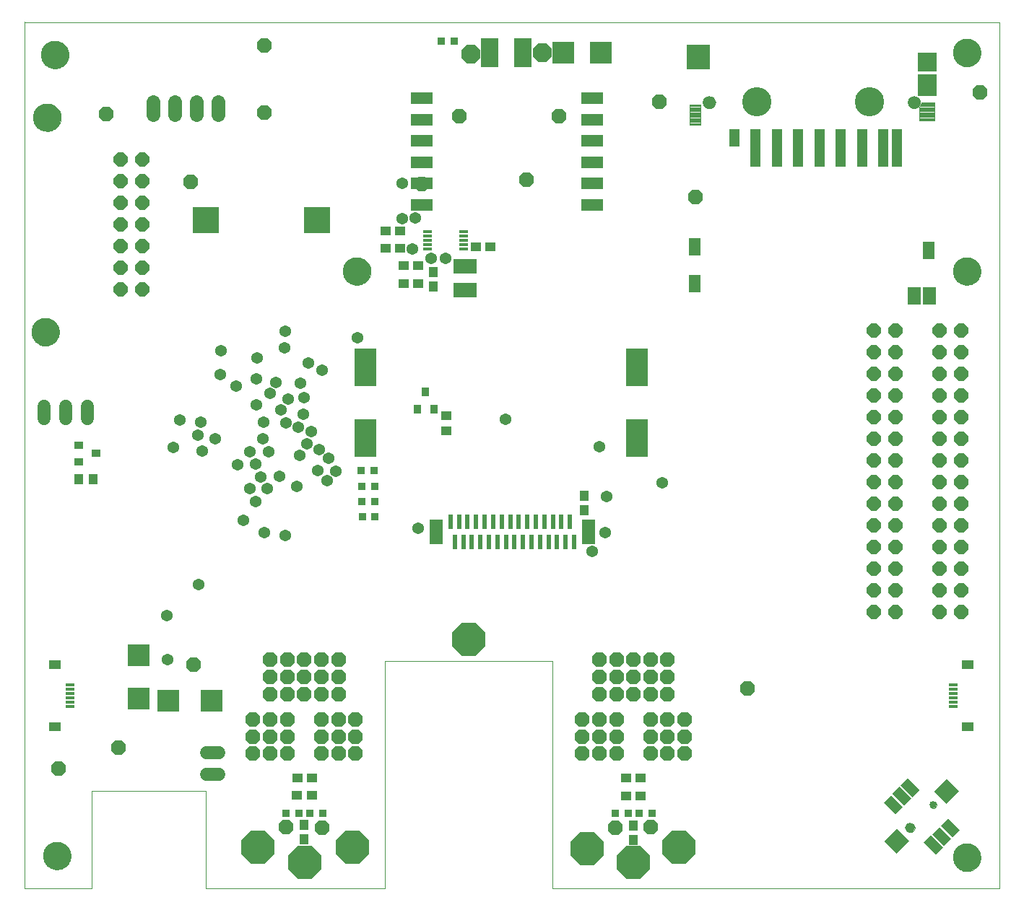
<source format=gts>
G75*
G70*
%OFA0B0*%
%FSLAX24Y24*%
%IPPOS*%
%LPD*%
%AMOC8*
5,1,8,0,0,1.08239X$1,22.5*
%
%ADD10C,0.0008*%
%ADD11C,0.0000*%
%ADD12C,0.1300*%
%ADD13OC8,0.0640*%
%ADD14C,0.0600*%
%ADD15OC8,0.1540*%
%ADD16R,0.0473X0.0434*%
%ADD17C,0.1350*%
%ADD18R,0.0434X0.0138*%
%ADD19R,0.0434X0.0473*%
%ADD20R,0.1103X0.0670*%
%ADD21R,0.0985X0.0985*%
%ADD22R,0.0788X0.1379*%
%ADD23OC8,0.0890*%
%ADD24R,0.0768X0.0473*%
%ADD25R,0.0788X0.0827*%
%ADD26C,0.0335*%
%ADD27C,0.0453*%
%ADD28C,0.0640*%
%ADD29R,0.0355X0.0355*%
%ADD30R,0.1024X0.1733*%
%ADD31C,0.0540*%
%ADD32OC8,0.0670*%
%ADD33R,0.0394X0.0355*%
%ADD34R,0.0355X0.0394*%
%ADD35R,0.0237X0.0670*%
%ADD36R,0.0591X0.1182*%
%ADD37R,0.0867X0.0906*%
%ADD38R,0.0867X0.0985*%
%ADD39R,0.1064X0.1182*%
%ADD40R,0.0552X0.0788*%
%ADD41R,0.0591X0.0808*%
%ADD42R,0.0512X0.1733*%
%ADD43R,0.0512X0.0827*%
%ADD44C,0.0591*%
%ADD45C,0.0040*%
%ADD46R,0.1040X0.0540*%
%ADD47R,0.1024X0.1044*%
%ADD48R,0.1044X0.1024*%
%ADD49R,0.1221X0.1221*%
%ADD50R,0.0568X0.0434*%
%ADD51R,0.0433X0.0138*%
D10*
X000180Y000805D02*
X000180Y040805D01*
X029550Y040805D01*
X045180Y040805D01*
X045180Y040305D01*
X045172Y040675D02*
X045172Y000805D01*
X031912Y000805D01*
X031834Y000805D01*
X031519Y000805D01*
X024566Y000805D01*
X024566Y011305D01*
X016803Y011305D01*
X016803Y000805D01*
X009786Y000805D01*
X009708Y000805D01*
X008546Y000805D01*
X008546Y005305D01*
X003269Y005305D01*
X003269Y000805D01*
X000180Y000805D01*
X000180Y040805D02*
X000180Y040833D01*
D11*
X000962Y039305D02*
X000964Y039355D01*
X000970Y039405D01*
X000980Y039454D01*
X000994Y039502D01*
X001011Y039549D01*
X001032Y039594D01*
X001057Y039638D01*
X001085Y039679D01*
X001117Y039718D01*
X001151Y039755D01*
X001188Y039789D01*
X001228Y039819D01*
X001270Y039846D01*
X001314Y039870D01*
X001360Y039891D01*
X001407Y039907D01*
X001455Y039920D01*
X001505Y039929D01*
X001554Y039934D01*
X001605Y039935D01*
X001655Y039932D01*
X001704Y039925D01*
X001753Y039914D01*
X001801Y039899D01*
X001847Y039881D01*
X001892Y039859D01*
X001935Y039833D01*
X001976Y039804D01*
X002015Y039772D01*
X002051Y039737D01*
X002083Y039699D01*
X002113Y039659D01*
X002140Y039616D01*
X002163Y039572D01*
X002182Y039526D01*
X002198Y039478D01*
X002210Y039429D01*
X002218Y039380D01*
X002222Y039330D01*
X002222Y039280D01*
X002218Y039230D01*
X002210Y039181D01*
X002198Y039132D01*
X002182Y039084D01*
X002163Y039038D01*
X002140Y038994D01*
X002113Y038951D01*
X002083Y038911D01*
X002051Y038873D01*
X002015Y038838D01*
X001976Y038806D01*
X001935Y038777D01*
X001892Y038751D01*
X001847Y038729D01*
X001801Y038711D01*
X001753Y038696D01*
X001704Y038685D01*
X001655Y038678D01*
X001605Y038675D01*
X001554Y038676D01*
X001505Y038681D01*
X001455Y038690D01*
X001407Y038703D01*
X001360Y038719D01*
X001314Y038740D01*
X001270Y038764D01*
X001228Y038791D01*
X001188Y038821D01*
X001151Y038855D01*
X001117Y038892D01*
X001085Y038931D01*
X001057Y038972D01*
X001032Y039016D01*
X001011Y039061D01*
X000994Y039108D01*
X000980Y039156D01*
X000970Y039205D01*
X000964Y039255D01*
X000962Y039305D01*
X000602Y036410D02*
X000604Y036460D01*
X000610Y036510D01*
X000620Y036559D01*
X000634Y036607D01*
X000651Y036654D01*
X000672Y036699D01*
X000697Y036743D01*
X000725Y036784D01*
X000757Y036823D01*
X000791Y036860D01*
X000828Y036894D01*
X000868Y036924D01*
X000910Y036951D01*
X000954Y036975D01*
X001000Y036996D01*
X001047Y037012D01*
X001095Y037025D01*
X001145Y037034D01*
X001194Y037039D01*
X001245Y037040D01*
X001295Y037037D01*
X001344Y037030D01*
X001393Y037019D01*
X001441Y037004D01*
X001487Y036986D01*
X001532Y036964D01*
X001575Y036938D01*
X001616Y036909D01*
X001655Y036877D01*
X001691Y036842D01*
X001723Y036804D01*
X001753Y036764D01*
X001780Y036721D01*
X001803Y036677D01*
X001822Y036631D01*
X001838Y036583D01*
X001850Y036534D01*
X001858Y036485D01*
X001862Y036435D01*
X001862Y036385D01*
X001858Y036335D01*
X001850Y036286D01*
X001838Y036237D01*
X001822Y036189D01*
X001803Y036143D01*
X001780Y036099D01*
X001753Y036056D01*
X001723Y036016D01*
X001691Y035978D01*
X001655Y035943D01*
X001616Y035911D01*
X001575Y035882D01*
X001532Y035856D01*
X001487Y035834D01*
X001441Y035816D01*
X001393Y035801D01*
X001344Y035790D01*
X001295Y035783D01*
X001245Y035780D01*
X001194Y035781D01*
X001145Y035786D01*
X001095Y035795D01*
X001047Y035808D01*
X001000Y035824D01*
X000954Y035845D01*
X000910Y035869D01*
X000868Y035896D01*
X000828Y035926D01*
X000791Y035960D01*
X000757Y035997D01*
X000725Y036036D01*
X000697Y036077D01*
X000672Y036121D01*
X000651Y036166D01*
X000634Y036213D01*
X000620Y036261D01*
X000610Y036310D01*
X000604Y036360D01*
X000602Y036410D01*
X000515Y026498D02*
X000517Y026548D01*
X000523Y026598D01*
X000533Y026647D01*
X000547Y026695D01*
X000564Y026742D01*
X000585Y026787D01*
X000610Y026831D01*
X000638Y026872D01*
X000670Y026911D01*
X000704Y026948D01*
X000741Y026982D01*
X000781Y027012D01*
X000823Y027039D01*
X000867Y027063D01*
X000913Y027084D01*
X000960Y027100D01*
X001008Y027113D01*
X001058Y027122D01*
X001107Y027127D01*
X001158Y027128D01*
X001208Y027125D01*
X001257Y027118D01*
X001306Y027107D01*
X001354Y027092D01*
X001400Y027074D01*
X001445Y027052D01*
X001488Y027026D01*
X001529Y026997D01*
X001568Y026965D01*
X001604Y026930D01*
X001636Y026892D01*
X001666Y026852D01*
X001693Y026809D01*
X001716Y026765D01*
X001735Y026719D01*
X001751Y026671D01*
X001763Y026622D01*
X001771Y026573D01*
X001775Y026523D01*
X001775Y026473D01*
X001771Y026423D01*
X001763Y026374D01*
X001751Y026325D01*
X001735Y026277D01*
X001716Y026231D01*
X001693Y026187D01*
X001666Y026144D01*
X001636Y026104D01*
X001604Y026066D01*
X001568Y026031D01*
X001529Y025999D01*
X001488Y025970D01*
X001445Y025944D01*
X001400Y025922D01*
X001354Y025904D01*
X001306Y025889D01*
X001257Y025878D01*
X001208Y025871D01*
X001158Y025868D01*
X001107Y025869D01*
X001058Y025874D01*
X001008Y025883D01*
X000960Y025896D01*
X000913Y025912D01*
X000867Y025933D01*
X000823Y025957D01*
X000781Y025984D01*
X000741Y026014D01*
X000704Y026048D01*
X000670Y026085D01*
X000638Y026124D01*
X000610Y026165D01*
X000585Y026209D01*
X000564Y026254D01*
X000547Y026301D01*
X000533Y026349D01*
X000523Y026398D01*
X000517Y026448D01*
X000515Y026498D01*
X014901Y029305D02*
X014903Y029355D01*
X014909Y029405D01*
X014919Y029454D01*
X014933Y029502D01*
X014950Y029549D01*
X014971Y029594D01*
X014996Y029638D01*
X015024Y029679D01*
X015056Y029718D01*
X015090Y029755D01*
X015127Y029789D01*
X015167Y029819D01*
X015209Y029846D01*
X015253Y029870D01*
X015299Y029891D01*
X015346Y029907D01*
X015394Y029920D01*
X015444Y029929D01*
X015493Y029934D01*
X015544Y029935D01*
X015594Y029932D01*
X015643Y029925D01*
X015692Y029914D01*
X015740Y029899D01*
X015786Y029881D01*
X015831Y029859D01*
X015874Y029833D01*
X015915Y029804D01*
X015954Y029772D01*
X015990Y029737D01*
X016022Y029699D01*
X016052Y029659D01*
X016079Y029616D01*
X016102Y029572D01*
X016121Y029526D01*
X016137Y029478D01*
X016149Y029429D01*
X016157Y029380D01*
X016161Y029330D01*
X016161Y029280D01*
X016157Y029230D01*
X016149Y029181D01*
X016137Y029132D01*
X016121Y029084D01*
X016102Y029038D01*
X016079Y028994D01*
X016052Y028951D01*
X016022Y028911D01*
X015990Y028873D01*
X015954Y028838D01*
X015915Y028806D01*
X015874Y028777D01*
X015831Y028751D01*
X015786Y028729D01*
X015740Y028711D01*
X015692Y028696D01*
X015643Y028685D01*
X015594Y028678D01*
X015544Y028675D01*
X015493Y028676D01*
X015444Y028681D01*
X015394Y028690D01*
X015346Y028703D01*
X015299Y028719D01*
X015253Y028740D01*
X015209Y028764D01*
X015167Y028791D01*
X015127Y028821D01*
X015090Y028855D01*
X015056Y028892D01*
X015024Y028931D01*
X014996Y028972D01*
X014971Y029016D01*
X014950Y029061D01*
X014933Y029108D01*
X014919Y029156D01*
X014909Y029205D01*
X014903Y029255D01*
X014901Y029305D01*
X031518Y037104D02*
X031520Y037137D01*
X031526Y037169D01*
X031535Y037200D01*
X031548Y037230D01*
X031565Y037258D01*
X031585Y037284D01*
X031608Y037308D01*
X031633Y037328D01*
X031661Y037346D01*
X031690Y037360D01*
X031721Y037370D01*
X031753Y037377D01*
X031786Y037380D01*
X031819Y037379D01*
X031851Y037374D01*
X031882Y037365D01*
X031913Y037353D01*
X031941Y037337D01*
X031968Y037318D01*
X031992Y037296D01*
X032013Y037271D01*
X032032Y037244D01*
X032047Y037215D01*
X032058Y037185D01*
X032066Y037153D01*
X032070Y037120D01*
X032070Y037088D01*
X032066Y037055D01*
X032058Y037023D01*
X032047Y036993D01*
X032032Y036964D01*
X032013Y036937D01*
X031992Y036912D01*
X031968Y036890D01*
X031941Y036871D01*
X031913Y036855D01*
X031882Y036843D01*
X031851Y036834D01*
X031819Y036829D01*
X031786Y036828D01*
X031753Y036831D01*
X031721Y036838D01*
X031690Y036848D01*
X031661Y036862D01*
X031633Y036880D01*
X031608Y036900D01*
X031585Y036924D01*
X031565Y036950D01*
X031548Y036978D01*
X031535Y037008D01*
X031526Y037039D01*
X031520Y037071D01*
X031518Y037104D01*
X040967Y037104D02*
X040969Y037137D01*
X040975Y037169D01*
X040984Y037200D01*
X040997Y037230D01*
X041014Y037258D01*
X041034Y037284D01*
X041057Y037308D01*
X041082Y037328D01*
X041110Y037346D01*
X041139Y037360D01*
X041170Y037370D01*
X041202Y037377D01*
X041235Y037380D01*
X041268Y037379D01*
X041300Y037374D01*
X041331Y037365D01*
X041362Y037353D01*
X041390Y037337D01*
X041417Y037318D01*
X041441Y037296D01*
X041462Y037271D01*
X041481Y037244D01*
X041496Y037215D01*
X041507Y037185D01*
X041515Y037153D01*
X041519Y037120D01*
X041519Y037088D01*
X041515Y037055D01*
X041507Y037023D01*
X041496Y036993D01*
X041481Y036964D01*
X041462Y036937D01*
X041441Y036912D01*
X041417Y036890D01*
X041390Y036871D01*
X041362Y036855D01*
X041331Y036843D01*
X041300Y036834D01*
X041268Y036829D01*
X041235Y036828D01*
X041202Y036831D01*
X041170Y036838D01*
X041139Y036848D01*
X041110Y036862D01*
X041082Y036880D01*
X041057Y036900D01*
X041034Y036924D01*
X041014Y036950D01*
X040997Y036978D01*
X040984Y037008D01*
X040975Y037039D01*
X040969Y037071D01*
X040967Y037104D01*
X043050Y039393D02*
X043052Y039443D01*
X043058Y039493D01*
X043068Y039542D01*
X043082Y039590D01*
X043099Y039637D01*
X043120Y039682D01*
X043145Y039726D01*
X043173Y039767D01*
X043205Y039806D01*
X043239Y039843D01*
X043276Y039877D01*
X043316Y039907D01*
X043358Y039934D01*
X043402Y039958D01*
X043448Y039979D01*
X043495Y039995D01*
X043543Y040008D01*
X043593Y040017D01*
X043642Y040022D01*
X043693Y040023D01*
X043743Y040020D01*
X043792Y040013D01*
X043841Y040002D01*
X043889Y039987D01*
X043935Y039969D01*
X043980Y039947D01*
X044023Y039921D01*
X044064Y039892D01*
X044103Y039860D01*
X044139Y039825D01*
X044171Y039787D01*
X044201Y039747D01*
X044228Y039704D01*
X044251Y039660D01*
X044270Y039614D01*
X044286Y039566D01*
X044298Y039517D01*
X044306Y039468D01*
X044310Y039418D01*
X044310Y039368D01*
X044306Y039318D01*
X044298Y039269D01*
X044286Y039220D01*
X044270Y039172D01*
X044251Y039126D01*
X044228Y039082D01*
X044201Y039039D01*
X044171Y038999D01*
X044139Y038961D01*
X044103Y038926D01*
X044064Y038894D01*
X044023Y038865D01*
X043980Y038839D01*
X043935Y038817D01*
X043889Y038799D01*
X043841Y038784D01*
X043792Y038773D01*
X043743Y038766D01*
X043693Y038763D01*
X043642Y038764D01*
X043593Y038769D01*
X043543Y038778D01*
X043495Y038791D01*
X043448Y038807D01*
X043402Y038828D01*
X043358Y038852D01*
X043316Y038879D01*
X043276Y038909D01*
X043239Y038943D01*
X043205Y038980D01*
X043173Y039019D01*
X043145Y039060D01*
X043120Y039104D01*
X043099Y039149D01*
X043082Y039196D01*
X043068Y039244D01*
X043058Y039293D01*
X043052Y039343D01*
X043050Y039393D01*
X043050Y029305D02*
X043052Y029355D01*
X043058Y029405D01*
X043068Y029454D01*
X043082Y029502D01*
X043099Y029549D01*
X043120Y029594D01*
X043145Y029638D01*
X043173Y029679D01*
X043205Y029718D01*
X043239Y029755D01*
X043276Y029789D01*
X043316Y029819D01*
X043358Y029846D01*
X043402Y029870D01*
X043448Y029891D01*
X043495Y029907D01*
X043543Y029920D01*
X043593Y029929D01*
X043642Y029934D01*
X043693Y029935D01*
X043743Y029932D01*
X043792Y029925D01*
X043841Y029914D01*
X043889Y029899D01*
X043935Y029881D01*
X043980Y029859D01*
X044023Y029833D01*
X044064Y029804D01*
X044103Y029772D01*
X044139Y029737D01*
X044171Y029699D01*
X044201Y029659D01*
X044228Y029616D01*
X044251Y029572D01*
X044270Y029526D01*
X044286Y029478D01*
X044298Y029429D01*
X044306Y029380D01*
X044310Y029330D01*
X044310Y029280D01*
X044306Y029230D01*
X044298Y029181D01*
X044286Y029132D01*
X044270Y029084D01*
X044251Y029038D01*
X044228Y028994D01*
X044201Y028951D01*
X044171Y028911D01*
X044139Y028873D01*
X044103Y028838D01*
X044064Y028806D01*
X044023Y028777D01*
X043980Y028751D01*
X043935Y028729D01*
X043889Y028711D01*
X043841Y028696D01*
X043792Y028685D01*
X043743Y028678D01*
X043693Y028675D01*
X043642Y028676D01*
X043593Y028681D01*
X043543Y028690D01*
X043495Y028703D01*
X043448Y028719D01*
X043402Y028740D01*
X043358Y028764D01*
X043316Y028791D01*
X043276Y028821D01*
X043239Y028855D01*
X043205Y028892D01*
X043173Y028931D01*
X043145Y028972D01*
X043120Y029016D01*
X043099Y029061D01*
X043082Y029108D01*
X043068Y029156D01*
X043058Y029205D01*
X043052Y029255D01*
X043050Y029305D01*
X041977Y004654D02*
X041979Y004678D01*
X041985Y004701D01*
X041994Y004723D01*
X042007Y004743D01*
X042022Y004761D01*
X042041Y004776D01*
X042062Y004788D01*
X042084Y004796D01*
X042107Y004801D01*
X042131Y004802D01*
X042155Y004799D01*
X042177Y004792D01*
X042199Y004782D01*
X042219Y004769D01*
X042236Y004752D01*
X042250Y004733D01*
X042261Y004712D01*
X042269Y004689D01*
X042273Y004666D01*
X042273Y004642D01*
X042269Y004619D01*
X042261Y004596D01*
X042250Y004575D01*
X042236Y004556D01*
X042219Y004539D01*
X042199Y004526D01*
X042177Y004516D01*
X042155Y004509D01*
X042131Y004506D01*
X042107Y004507D01*
X042084Y004512D01*
X042062Y004520D01*
X042041Y004532D01*
X042022Y004547D01*
X042007Y004565D01*
X041994Y004585D01*
X041985Y004607D01*
X041979Y004630D01*
X041977Y004654D01*
X040858Y003602D02*
X040860Y003630D01*
X040866Y003658D01*
X040875Y003684D01*
X040888Y003710D01*
X040904Y003733D01*
X040924Y003753D01*
X040946Y003771D01*
X040970Y003786D01*
X040996Y003797D01*
X041023Y003805D01*
X041051Y003809D01*
X041079Y003809D01*
X041107Y003805D01*
X041134Y003797D01*
X041160Y003786D01*
X041184Y003771D01*
X041206Y003753D01*
X041226Y003733D01*
X041242Y003710D01*
X041255Y003684D01*
X041264Y003658D01*
X041270Y003630D01*
X041272Y003602D01*
X041270Y003574D01*
X041264Y003546D01*
X041255Y003520D01*
X041242Y003494D01*
X041226Y003471D01*
X041206Y003451D01*
X041184Y003433D01*
X041160Y003418D01*
X041134Y003407D01*
X041107Y003399D01*
X041079Y003395D01*
X041051Y003395D01*
X041023Y003399D01*
X040996Y003407D01*
X040970Y003418D01*
X040946Y003433D01*
X040924Y003451D01*
X040904Y003471D01*
X040888Y003494D01*
X040875Y003520D01*
X040866Y003546D01*
X040860Y003574D01*
X040858Y003602D01*
X043050Y002217D02*
X043052Y002267D01*
X043058Y002317D01*
X043068Y002366D01*
X043082Y002414D01*
X043099Y002461D01*
X043120Y002506D01*
X043145Y002550D01*
X043173Y002591D01*
X043205Y002630D01*
X043239Y002667D01*
X043276Y002701D01*
X043316Y002731D01*
X043358Y002758D01*
X043402Y002782D01*
X043448Y002803D01*
X043495Y002819D01*
X043543Y002832D01*
X043593Y002841D01*
X043642Y002846D01*
X043693Y002847D01*
X043743Y002844D01*
X043792Y002837D01*
X043841Y002826D01*
X043889Y002811D01*
X043935Y002793D01*
X043980Y002771D01*
X044023Y002745D01*
X044064Y002716D01*
X044103Y002684D01*
X044139Y002649D01*
X044171Y002611D01*
X044201Y002571D01*
X044228Y002528D01*
X044251Y002484D01*
X044270Y002438D01*
X044286Y002390D01*
X044298Y002341D01*
X044306Y002292D01*
X044310Y002242D01*
X044310Y002192D01*
X044306Y002142D01*
X044298Y002093D01*
X044286Y002044D01*
X044270Y001996D01*
X044251Y001950D01*
X044228Y001906D01*
X044201Y001863D01*
X044171Y001823D01*
X044139Y001785D01*
X044103Y001750D01*
X044064Y001718D01*
X044023Y001689D01*
X043980Y001663D01*
X043935Y001641D01*
X043889Y001623D01*
X043841Y001608D01*
X043792Y001597D01*
X043743Y001590D01*
X043693Y001587D01*
X043642Y001588D01*
X043593Y001593D01*
X043543Y001602D01*
X043495Y001615D01*
X043448Y001631D01*
X043402Y001652D01*
X043358Y001676D01*
X043316Y001703D01*
X043276Y001733D01*
X043239Y001767D01*
X043205Y001804D01*
X043173Y001843D01*
X043145Y001884D01*
X043120Y001928D01*
X043099Y001973D01*
X043082Y002020D01*
X043068Y002068D01*
X043058Y002117D01*
X043052Y002167D01*
X043050Y002217D01*
X001050Y002305D02*
X001052Y002355D01*
X001058Y002405D01*
X001068Y002454D01*
X001082Y002502D01*
X001099Y002549D01*
X001120Y002594D01*
X001145Y002638D01*
X001173Y002679D01*
X001205Y002718D01*
X001239Y002755D01*
X001276Y002789D01*
X001316Y002819D01*
X001358Y002846D01*
X001402Y002870D01*
X001448Y002891D01*
X001495Y002907D01*
X001543Y002920D01*
X001593Y002929D01*
X001642Y002934D01*
X001693Y002935D01*
X001743Y002932D01*
X001792Y002925D01*
X001841Y002914D01*
X001889Y002899D01*
X001935Y002881D01*
X001980Y002859D01*
X002023Y002833D01*
X002064Y002804D01*
X002103Y002772D01*
X002139Y002737D01*
X002171Y002699D01*
X002201Y002659D01*
X002228Y002616D01*
X002251Y002572D01*
X002270Y002526D01*
X002286Y002478D01*
X002298Y002429D01*
X002306Y002380D01*
X002310Y002330D01*
X002310Y002280D01*
X002306Y002230D01*
X002298Y002181D01*
X002286Y002132D01*
X002270Y002084D01*
X002251Y002038D01*
X002228Y001994D01*
X002201Y001951D01*
X002171Y001911D01*
X002139Y001873D01*
X002103Y001838D01*
X002064Y001806D01*
X002023Y001777D01*
X001980Y001751D01*
X001935Y001729D01*
X001889Y001711D01*
X001841Y001696D01*
X001792Y001685D01*
X001743Y001678D01*
X001693Y001675D01*
X001642Y001676D01*
X001593Y001681D01*
X001543Y001690D01*
X001495Y001703D01*
X001448Y001719D01*
X001402Y001740D01*
X001358Y001764D01*
X001316Y001791D01*
X001276Y001821D01*
X001239Y001855D01*
X001205Y001892D01*
X001173Y001931D01*
X001145Y001972D01*
X001120Y002016D01*
X001099Y002061D01*
X001082Y002108D01*
X001068Y002156D01*
X001058Y002205D01*
X001052Y002255D01*
X001050Y002305D01*
D12*
X001680Y002305D03*
X001145Y026498D03*
X001232Y036410D03*
X001592Y039305D03*
X015531Y029305D03*
X043680Y029305D03*
X043680Y039393D03*
X043680Y002217D03*
D13*
X043417Y013568D03*
X042417Y013568D03*
X042417Y014568D03*
X043417Y014568D03*
X043417Y015568D03*
X042417Y015568D03*
X042417Y016568D03*
X043417Y016568D03*
X043417Y017568D03*
X042417Y017568D03*
X042417Y018568D03*
X043417Y018568D03*
X043417Y019568D03*
X042417Y019568D03*
X042417Y020568D03*
X043417Y020568D03*
X043417Y021568D03*
X042417Y021568D03*
X042417Y022568D03*
X043417Y022568D03*
X043417Y023568D03*
X042417Y023568D03*
X042417Y024568D03*
X043417Y024568D03*
X043417Y025568D03*
X042417Y025568D03*
X042417Y026568D03*
X043417Y026568D03*
X040391Y026568D03*
X040391Y025568D03*
X040391Y024568D03*
X039391Y024568D03*
X039391Y025568D03*
X039391Y026568D03*
X039391Y023568D03*
X040391Y023568D03*
X040391Y022568D03*
X040391Y021568D03*
X040391Y020568D03*
X039391Y020568D03*
X039391Y021568D03*
X039391Y022568D03*
X039391Y019568D03*
X040391Y019568D03*
X040391Y018568D03*
X040391Y017568D03*
X039391Y017568D03*
X039391Y018568D03*
X039391Y016568D03*
X040391Y016568D03*
X040391Y015568D03*
X040391Y014568D03*
X040391Y013568D03*
X039391Y013568D03*
X039391Y014568D03*
X039391Y015568D03*
X005626Y028451D03*
X005626Y029451D03*
X005626Y030451D03*
X005626Y031451D03*
X005626Y032451D03*
X005626Y033451D03*
X005626Y034451D03*
X004626Y034451D03*
X004626Y033451D03*
X004626Y032451D03*
X004626Y031451D03*
X004626Y030451D03*
X004626Y029451D03*
X004626Y028451D03*
D14*
X003070Y023054D02*
X003070Y022494D01*
X002070Y022494D02*
X002070Y023054D01*
X001070Y023054D02*
X001070Y022494D01*
X008581Y007058D02*
X009141Y007058D01*
X009141Y006058D02*
X008581Y006058D01*
D15*
X010939Y002708D03*
X013105Y001985D03*
X015333Y002708D03*
X020694Y012302D03*
X030384Y002697D03*
X028290Y001986D03*
X026159Y002619D03*
D16*
X027947Y005080D03*
X028616Y005080D03*
X028619Y005896D03*
X027949Y005896D03*
X013449Y005908D03*
X012779Y005908D03*
X012767Y005110D03*
X013437Y005110D03*
X019646Y021948D03*
X019646Y022617D03*
X018356Y028735D03*
X017686Y028735D03*
X017693Y029555D03*
X018362Y029555D03*
X017509Y030371D03*
X016840Y030371D03*
X016847Y031172D03*
X017516Y031172D03*
X021011Y030447D03*
X021681Y030447D03*
D17*
X033998Y037128D03*
X039168Y037128D03*
D18*
X020434Y031125D03*
X020434Y030928D03*
X020434Y030731D03*
X020434Y030534D03*
X020434Y030337D03*
X018770Y030337D03*
X018770Y030534D03*
X018770Y030731D03*
X018770Y030928D03*
X018770Y031125D03*
D19*
X019044Y029263D03*
X019044Y028594D03*
X026008Y018947D03*
X026008Y018278D03*
X028290Y003715D03*
X028290Y003046D03*
X013093Y003069D03*
X013093Y003738D03*
X003349Y019703D03*
X002680Y019703D03*
D20*
X020521Y028420D03*
X020521Y029523D03*
D21*
X025065Y039391D03*
X026797Y039391D03*
D22*
X023198Y039398D03*
X021662Y039398D03*
D23*
X020787Y039334D03*
X024092Y039401D03*
D24*
G36*
X041162Y005008D02*
X040620Y005550D01*
X040954Y005884D01*
X041496Y005342D01*
X041162Y005008D01*
G37*
G36*
X040772Y004619D02*
X040230Y005161D01*
X040564Y005495D01*
X041106Y004953D01*
X040772Y004619D01*
G37*
G36*
X040382Y004229D02*
X039840Y004771D01*
X040174Y005105D01*
X040716Y004563D01*
X040382Y004229D01*
G37*
G36*
X042234Y002377D02*
X041692Y002919D01*
X042026Y003253D01*
X042568Y002711D01*
X042234Y002377D01*
G37*
G36*
X042623Y002767D02*
X042081Y003309D01*
X042415Y003643D01*
X042957Y003101D01*
X042623Y002767D01*
G37*
G36*
X043013Y003157D02*
X042471Y003699D01*
X042805Y004033D01*
X043347Y003491D01*
X043013Y003157D01*
G37*
D25*
G36*
X042730Y004711D02*
X042173Y005268D01*
X042756Y005851D01*
X043313Y005294D01*
X042730Y004711D01*
G37*
G36*
X040435Y002413D02*
X039878Y002970D01*
X040461Y003553D01*
X041018Y002996D01*
X040435Y002413D01*
G37*
D26*
X042125Y004654D03*
D27*
X041065Y003602D03*
D28*
X009130Y036524D02*
X009130Y037124D01*
X008130Y037124D02*
X008130Y036524D01*
X007130Y036524D02*
X007130Y037124D01*
X006130Y037124D02*
X006130Y036524D01*
D29*
X019412Y039939D03*
X020003Y039939D03*
X016310Y020088D03*
X016336Y019380D03*
X015745Y019380D03*
X015720Y020088D03*
X015752Y018676D03*
X015775Y017977D03*
X016366Y017977D03*
X016343Y018676D03*
X013940Y004270D03*
X013349Y004270D03*
X012837Y004270D03*
X012247Y004270D03*
X027444Y004270D03*
X028034Y004270D03*
X028546Y004270D03*
X029137Y004270D03*
D30*
X028448Y021612D03*
X028448Y024880D03*
X015928Y024880D03*
X015928Y021612D03*
D31*
X014201Y020671D03*
X013784Y021076D03*
X013209Y021326D03*
X012898Y020816D03*
X013716Y020093D03*
X014147Y019634D03*
X014558Y020083D03*
X012753Y019377D03*
X011955Y019827D03*
X011379Y019267D03*
X011089Y019804D03*
X010846Y020384D03*
X010591Y020954D03*
X010009Y020353D03*
X010571Y019250D03*
X010841Y018683D03*
X010269Y017808D03*
X011264Y017222D03*
X012202Y017085D03*
X011441Y020977D03*
X011195Y021552D03*
X011227Y022345D03*
X010894Y023135D03*
X011503Y023655D03*
X011796Y024182D03*
X010893Y024346D03*
X010928Y025295D03*
X012191Y025761D03*
X012212Y026525D03*
X013291Y025060D03*
X013922Y024744D03*
X012910Y024118D03*
X013076Y023454D03*
X012352Y023384D03*
X012024Y022886D03*
X012237Y022303D03*
X012817Y022092D03*
X013405Y021908D03*
X013051Y022705D03*
X009966Y024001D03*
X009229Y024528D03*
X009263Y025629D03*
X008331Y022338D03*
X008196Y021748D03*
X008379Y021008D03*
X008992Y021556D03*
X007354Y022447D03*
X007055Y021161D03*
X008211Y014821D03*
X006756Y013394D03*
X006794Y011356D03*
X018353Y017432D03*
X022385Y022459D03*
X026728Y021201D03*
X027057Y018887D03*
X026998Y017219D03*
X026376Y016360D03*
X029629Y019545D03*
X019601Y029890D03*
X018943Y029891D03*
X018087Y030330D03*
X018211Y031750D03*
X017601Y031744D03*
X017603Y033374D03*
X015534Y026233D03*
D32*
X015928Y022065D03*
X014668Y011356D03*
X014668Y010569D03*
X013881Y010569D03*
X013881Y011356D03*
X013093Y011356D03*
X013093Y010569D03*
X012306Y010569D03*
X012306Y011356D03*
X011519Y011356D03*
X011519Y010569D03*
X011519Y009781D03*
X012306Y009781D03*
X013093Y009781D03*
X013881Y009781D03*
X014668Y009781D03*
X014668Y008600D03*
X014668Y007813D03*
X014668Y007026D03*
X013881Y007026D03*
X013881Y007813D03*
X013881Y008600D03*
X012306Y008600D03*
X012306Y007813D03*
X012306Y007026D03*
X011519Y007026D03*
X011519Y007813D03*
X010731Y007813D03*
X010731Y007026D03*
X010731Y008600D03*
X011519Y008600D03*
X007975Y011120D03*
X004529Y007299D03*
X001743Y006317D03*
X012243Y003635D03*
X013922Y003586D03*
X015456Y007026D03*
X015456Y007813D03*
X015456Y008600D03*
X025928Y008600D03*
X025928Y007813D03*
X025928Y007026D03*
X026715Y007026D03*
X026715Y007813D03*
X026715Y008600D03*
X027503Y008600D03*
X027503Y007813D03*
X027503Y007026D03*
X029078Y007026D03*
X029078Y007813D03*
X029865Y007813D03*
X030652Y007813D03*
X030652Y007026D03*
X029865Y007026D03*
X029865Y008600D03*
X030652Y008600D03*
X029865Y009781D03*
X029078Y009781D03*
X028290Y009781D03*
X027503Y009781D03*
X026715Y009781D03*
X026715Y010569D03*
X026715Y011356D03*
X027503Y011356D03*
X027503Y010569D03*
X028290Y010569D03*
X028290Y011356D03*
X029078Y011356D03*
X029078Y010569D03*
X029865Y010569D03*
X029865Y011356D03*
X029078Y008600D03*
X033566Y010040D03*
X029078Y003640D03*
X027462Y003607D03*
X028448Y022065D03*
X031160Y032749D03*
X029479Y037148D03*
X024859Y036462D03*
X023355Y033541D03*
X020252Y036473D03*
X018526Y033325D03*
X011249Y036643D03*
X011257Y039733D03*
X007853Y033438D03*
X003960Y036553D03*
X044274Y037577D03*
D33*
X003487Y020884D03*
X002700Y021258D03*
X002700Y020510D03*
D34*
X018321Y022943D03*
X019069Y022943D03*
X018695Y023730D03*
D35*
X019845Y017734D03*
X020239Y017734D03*
X020633Y017734D03*
X021026Y017734D03*
X021420Y017734D03*
X021814Y017734D03*
X022208Y017734D03*
X022601Y017734D03*
X022995Y017734D03*
X023389Y017734D03*
X023782Y017734D03*
X024176Y017734D03*
X024570Y017734D03*
X024963Y017734D03*
X025357Y017734D03*
X025160Y016789D03*
X024767Y016789D03*
X024373Y016789D03*
X023979Y016789D03*
X023586Y016789D03*
X023192Y016789D03*
X022798Y016789D03*
X022404Y016789D03*
X022011Y016789D03*
X021617Y016789D03*
X021223Y016789D03*
X020830Y016789D03*
X020436Y016789D03*
X020042Y016789D03*
X025554Y016789D03*
D36*
X026223Y017262D03*
X019176Y017262D03*
D37*
X041834Y038974D03*
D38*
X041834Y037892D03*
D39*
X031282Y039211D03*
D40*
X031125Y030431D03*
X031125Y028718D03*
X041912Y030254D03*
D41*
X041952Y028167D03*
X041243Y028167D03*
D42*
X040465Y035008D03*
X039826Y035008D03*
X038841Y035008D03*
X037857Y035008D03*
X036873Y035008D03*
X035889Y035008D03*
X034904Y035008D03*
X033920Y035008D03*
D43*
X032936Y035461D03*
D44*
X031794Y037104D03*
X041243Y037104D03*
D45*
X041526Y036957D02*
X042178Y036957D01*
X042178Y036995D02*
X041546Y036995D01*
X041567Y037034D02*
X042178Y037034D01*
X042178Y037072D02*
X041568Y037072D01*
X041568Y037104D02*
X042178Y037104D01*
X042178Y036277D01*
X041489Y036277D01*
X041489Y036888D01*
X041568Y037035D01*
X041568Y037104D01*
X041505Y036918D02*
X042178Y036918D01*
X042178Y036880D02*
X041489Y036880D01*
X041489Y036841D02*
X042178Y036841D01*
X042178Y036803D02*
X041489Y036803D01*
X041489Y036764D02*
X042178Y036764D01*
X042178Y036726D02*
X041489Y036726D01*
X041489Y036687D02*
X042178Y036687D01*
X042178Y036649D02*
X041489Y036649D01*
X041489Y036610D02*
X042178Y036610D01*
X042178Y036572D02*
X041489Y036572D01*
X041489Y036533D02*
X042178Y036533D01*
X042178Y036495D02*
X041489Y036495D01*
X041489Y036456D02*
X042178Y036456D01*
X042178Y036418D02*
X041489Y036418D01*
X041489Y036379D02*
X042178Y036379D01*
X042178Y036341D02*
X041489Y036341D01*
X041489Y036302D02*
X042178Y036302D01*
X031381Y036302D02*
X030869Y036302D01*
X030869Y036264D02*
X031381Y036264D01*
X031381Y036225D02*
X030869Y036225D01*
X030869Y036187D02*
X031381Y036187D01*
X031381Y036148D02*
X030869Y036148D01*
X030869Y036110D02*
X031381Y036110D01*
X031381Y036081D02*
X031381Y036986D01*
X030869Y036986D01*
X030869Y036081D01*
X031381Y036081D01*
X031381Y036341D02*
X030869Y036341D01*
X030869Y036379D02*
X031381Y036379D01*
X031381Y036418D02*
X030869Y036418D01*
X030869Y036456D02*
X031381Y036456D01*
X031381Y036495D02*
X030869Y036495D01*
X030869Y036533D02*
X031381Y036533D01*
X031381Y036572D02*
X030869Y036572D01*
X030869Y036610D02*
X031381Y036610D01*
X031381Y036649D02*
X030869Y036649D01*
X030869Y036687D02*
X031381Y036687D01*
X031381Y036726D02*
X030869Y036726D01*
X030869Y036764D02*
X031381Y036764D01*
X031381Y036803D02*
X030869Y036803D01*
X030869Y036841D02*
X031381Y036841D01*
X031381Y036880D02*
X030869Y036880D01*
X030869Y036918D02*
X031381Y036918D01*
X031381Y036957D02*
X030869Y036957D01*
D46*
X026400Y037289D03*
X026400Y036305D03*
X026400Y035321D03*
X026400Y034337D03*
X026400Y033352D03*
X026400Y032368D03*
X018526Y032368D03*
X018526Y033352D03*
X018526Y034337D03*
X018526Y035321D03*
X018526Y036305D03*
X018526Y037289D03*
D47*
X005456Y011563D03*
X005456Y009575D03*
D48*
X006824Y009466D03*
X008812Y009466D03*
D49*
X008566Y031671D03*
X013684Y031671D03*
D50*
X001589Y011135D03*
X001589Y008271D03*
X043731Y008271D03*
X043731Y011135D03*
D51*
X043052Y010195D03*
X043052Y009998D03*
X043052Y009801D03*
X043052Y009604D03*
X043052Y009407D03*
X043052Y009211D03*
X002269Y009211D03*
X002269Y009407D03*
X002269Y009604D03*
X002269Y009801D03*
X002269Y009998D03*
X002269Y010195D03*
M02*

</source>
